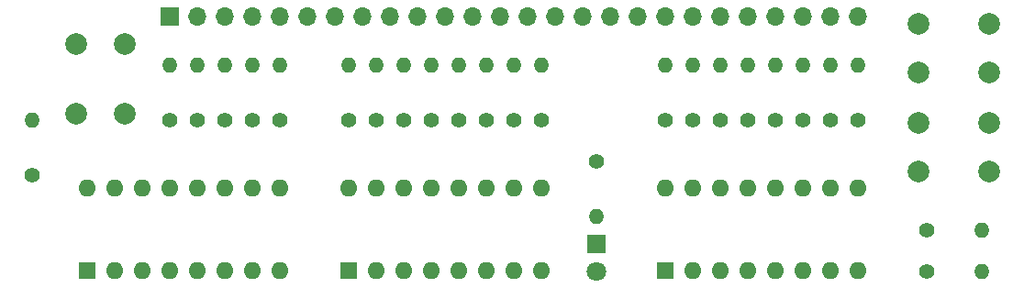
<source format=gts>
%TF.GenerationSoftware,KiCad,Pcbnew,(6.0.9)*%
%TF.CreationDate,2025-06-07T15:03:12-04:00*%
%TF.ProjectId,DebugBoard,44656275-6742-46f6-9172-642e6b696361,1*%
%TF.SameCoordinates,Original*%
%TF.FileFunction,Soldermask,Top*%
%TF.FilePolarity,Negative*%
%FSLAX46Y46*%
G04 Gerber Fmt 4.6, Leading zero omitted, Abs format (unit mm)*
G04 Created by KiCad (PCBNEW (6.0.9)) date 2025-06-07 15:03:12*
%MOMM*%
%LPD*%
G01*
G04 APERTURE LIST*
%ADD10C,1.400000*%
%ADD11O,1.400000X1.400000*%
%ADD12R,1.800000X1.800000*%
%ADD13C,1.800000*%
%ADD14C,2.000000*%
%ADD15R,1.600000X1.600000*%
%ADD16O,1.600000X1.600000*%
%ADD17R,1.700000X1.700000*%
%ADD18O,1.700000X1.700000*%
G04 APERTURE END LIST*
D10*
%TO.C,R9*%
X173980000Y-87630000D03*
D11*
X173980000Y-82550000D03*
%TD*%
D10*
%TO.C,R7*%
X185420000Y-101600000D03*
D11*
X190500000Y-101600000D03*
%TD*%
D12*
%TO.C,D1*%
X154940000Y-99060000D03*
D13*
X154940000Y-101600000D03*
%TD*%
D14*
%TO.C,SW4*%
X191210000Y-78760000D03*
X184710000Y-78760000D03*
X191210000Y-83260000D03*
X184710000Y-83260000D03*
%TD*%
D10*
%TO.C,R3*%
X185420000Y-97790000D03*
D11*
X190500000Y-97790000D03*
%TD*%
D15*
%TO.C,SW2*%
X107930000Y-101557500D03*
D16*
X110470000Y-101557500D03*
X113010000Y-101557500D03*
X115550000Y-101557500D03*
X118090000Y-101557500D03*
X120630000Y-101557500D03*
X123170000Y-101557500D03*
X125710000Y-101557500D03*
X125710000Y-93937500D03*
X123170000Y-93937500D03*
X120630000Y-93937500D03*
X118090000Y-93937500D03*
X115550000Y-93937500D03*
X113010000Y-93937500D03*
X110470000Y-93937500D03*
X107930000Y-93937500D03*
%TD*%
D10*
%TO.C,R1*%
X161280000Y-87630000D03*
D11*
X161280000Y-82550000D03*
%TD*%
D17*
%TO.C,J1*%
X115570000Y-78035000D03*
D18*
X118110000Y-78035000D03*
X120650000Y-78035000D03*
X123190000Y-78035000D03*
X125730000Y-78035000D03*
X128270000Y-78035000D03*
X130810000Y-78035000D03*
X133350000Y-78035000D03*
X135890000Y-78035000D03*
X138430000Y-78035000D03*
X140970000Y-78035000D03*
X143510000Y-78035000D03*
X146050000Y-78035000D03*
X148590000Y-78035000D03*
X151130000Y-78035000D03*
X153670000Y-78035000D03*
X156210000Y-78035000D03*
X158750000Y-78035000D03*
X161290000Y-78035000D03*
X163830000Y-78035000D03*
X166370000Y-78035000D03*
X168910000Y-78035000D03*
X171450000Y-78035000D03*
X173990000Y-78035000D03*
X176530000Y-78035000D03*
X179070000Y-78035000D03*
%TD*%
D10*
%TO.C,R13*%
X118100000Y-87630000D03*
D11*
X118100000Y-82550000D03*
%TD*%
D10*
%TO.C,R21*%
X142240000Y-87630000D03*
D11*
X142240000Y-82550000D03*
%TD*%
D10*
%TO.C,R25*%
X154940000Y-91440000D03*
D11*
X154940000Y-96520000D03*
%TD*%
D10*
%TO.C,R14*%
X120640000Y-87630000D03*
D11*
X120640000Y-82550000D03*
%TD*%
D14*
%TO.C,SW5*%
X111470000Y-87070000D03*
X111470000Y-80570000D03*
X106970000Y-80570000D03*
X106970000Y-87070000D03*
%TD*%
D15*
%TO.C,SW3*%
X132070000Y-101557500D03*
D16*
X134610000Y-101557500D03*
X137150000Y-101557500D03*
X139690000Y-101557500D03*
X142230000Y-101557500D03*
X144770000Y-101557500D03*
X147310000Y-101557500D03*
X149850000Y-101557500D03*
X149850000Y-93937500D03*
X147310000Y-93937500D03*
X144770000Y-93937500D03*
X142230000Y-93937500D03*
X139690000Y-93937500D03*
X137150000Y-93937500D03*
X134610000Y-93937500D03*
X132070000Y-93937500D03*
%TD*%
D10*
%TO.C,R15*%
X123180000Y-87630000D03*
D11*
X123180000Y-82550000D03*
%TD*%
D10*
%TO.C,R23*%
X147310000Y-87630000D03*
D11*
X147310000Y-82550000D03*
%TD*%
D10*
%TO.C,R8*%
X171440000Y-87630000D03*
D11*
X171440000Y-82550000D03*
%TD*%
D10*
%TO.C,R11*%
X179060000Y-87630000D03*
D11*
X179060000Y-82550000D03*
%TD*%
D10*
%TO.C,R12*%
X115560000Y-87630000D03*
D11*
X115560000Y-82550000D03*
%TD*%
D10*
%TO.C,R4*%
X166360000Y-87630000D03*
D11*
X166360000Y-82550000D03*
%TD*%
D10*
%TO.C,R20*%
X139690000Y-87630000D03*
D11*
X139690000Y-82550000D03*
%TD*%
D15*
%TO.C,SW1*%
X161270000Y-101557500D03*
D16*
X163810000Y-101557500D03*
X166350000Y-101557500D03*
X168890000Y-101557500D03*
X171430000Y-101557500D03*
X173970000Y-101557500D03*
X176510000Y-101557500D03*
X179050000Y-101557500D03*
X179050000Y-93937500D03*
X176510000Y-93937500D03*
X173970000Y-93937500D03*
X171430000Y-93937500D03*
X168890000Y-93937500D03*
X166350000Y-93937500D03*
X163810000Y-93937500D03*
X161270000Y-93937500D03*
%TD*%
D10*
%TO.C,R24*%
X149850000Y-87630000D03*
D11*
X149850000Y-82550000D03*
%TD*%
D10*
%TO.C,R22*%
X144780000Y-87630000D03*
D11*
X144780000Y-82550000D03*
%TD*%
D10*
%TO.C,R2*%
X163820000Y-87630000D03*
D11*
X163820000Y-82550000D03*
%TD*%
D10*
%TO.C,R5*%
X102870000Y-92710000D03*
D11*
X102870000Y-87630000D03*
%TD*%
D10*
%TO.C,R18*%
X134610000Y-87630000D03*
D11*
X134610000Y-82550000D03*
%TD*%
D10*
%TO.C,R17*%
X132080000Y-87630000D03*
D11*
X132080000Y-82550000D03*
%TD*%
D10*
%TO.C,R6*%
X168900000Y-87630000D03*
D11*
X168900000Y-82550000D03*
%TD*%
D10*
%TO.C,R10*%
X176530000Y-87630000D03*
D11*
X176530000Y-82550000D03*
%TD*%
D14*
%TO.C,SW6*%
X191210000Y-87920000D03*
X184710000Y-87920000D03*
X184710000Y-92420000D03*
X191210000Y-92420000D03*
%TD*%
D10*
%TO.C,R19*%
X137150000Y-87630000D03*
D11*
X137150000Y-82550000D03*
%TD*%
D10*
%TO.C,R16*%
X125720000Y-87630000D03*
D11*
X125720000Y-82550000D03*
%TD*%
M02*

</source>
